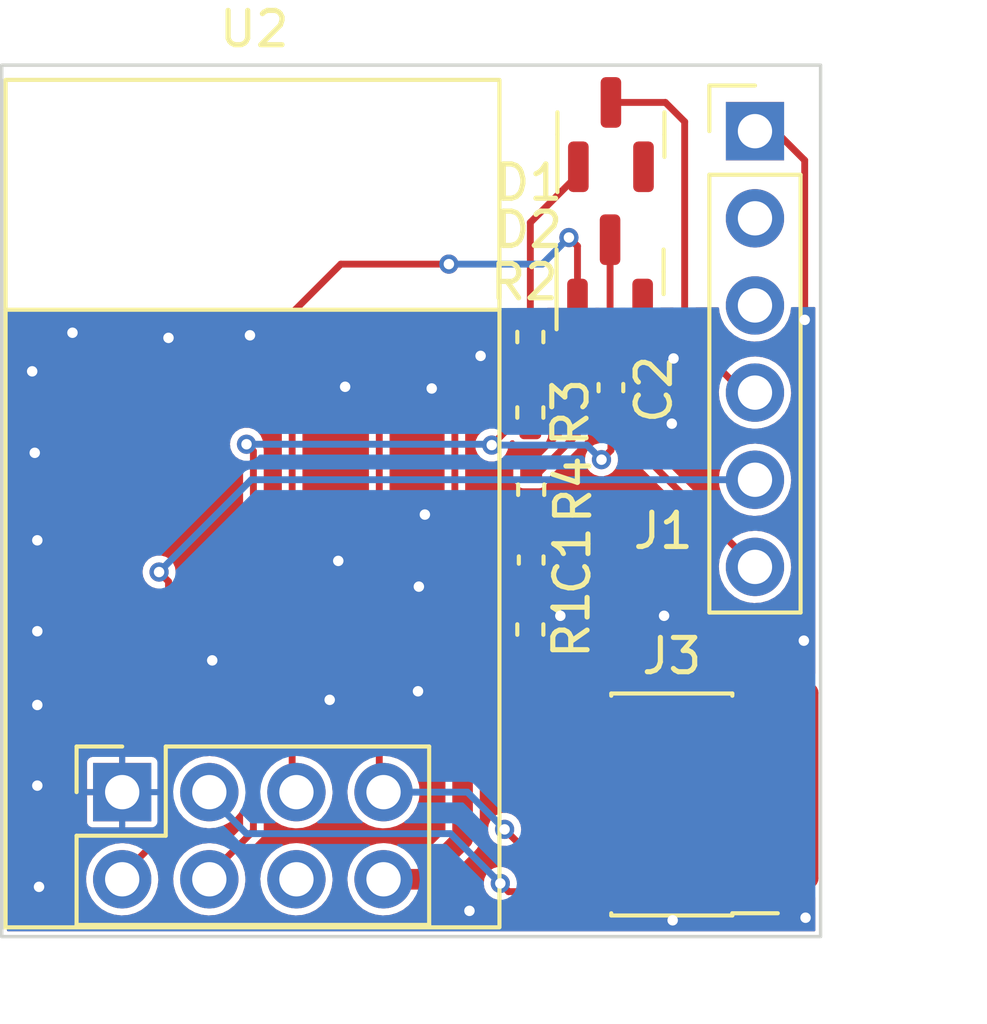
<source format=kicad_pcb>
(kicad_pcb (version 20211014) (generator pcbnew)
  (layers (0 "F.Cu" signal) (31 "B.Cu" signal) (34 "B.Paste" user) (35 "F.Paste" user) (36 "B.SilkS" user "B.Silkscreen") (37 "F.SilkS" user "F.Silkscreen") (38 "B.Mask" user) (39 "F.Mask" user) (44 "Edge.Cuts" user))
  (net 0 "")
  (net 1 "+3V3")
  (net 2 "GND")
  (net 3 "Net-(C2-Pad1)")
  (net 4 "Net-(C2-Pad2)")
  (net 5 "/TCK")
  (net 7 "Net-(D1-Pad3)")
  (net 8 "Net-(D2-Pad1)")
  (net 9 "Net-(D2-Pad2)")
  (net 12 "Net-(J1-Pad5)")
  (net 13 "/TPWR")
  (net 14 "/TMS")
  (net 15 "/TDO")
  (net 17 "/TDI")
  (net 18 "/RST")
  (footprint "EOS:ESP-01S" (layer "F.Cu") (at 77.575 54.78)
    (fp_text reference "U2" (at 0.05 -26.18) (layer "F.SilkS"))
    (fp_text value "ESP-01v090")
    (fp_line (start -3.8 -5.27) (end -5.13 -5.27) (layer "F.SilkS") (width 0.12))
    (fp_line (start -5.13 -0.07) (end 5.15 -0.07) (layer "F.SilkS") (width 0.12))
    (fp_line (start -5.13 -2.67) (end -5.13 -0.07) (layer "F.SilkS") (width 0.12))
    (fp_line (start -5.13 -5.27) (end -5.13 -3.94) (layer "F.SilkS") (width 0.12))
    (fp_line (start -2.53 -5.27) (end -2.53 -2.67) (layer "F.SilkS") (width 0.12))
    (fp_line (start -2.53 -5.27) (end 5.15 -5.27) (layer "F.SilkS") (width 0.12))
    (fp_line (start -2.53 -2.67) (end -5.13 -2.67) (layer "F.SilkS") (width 0.12))
    (fp_line (start -7.2 -18) (end 7.2 -18) (layer "F.SilkS") (width 0.12))
    (fp_line (start 5.15 -5.27) (end 5.15 -0.07) (layer "F.SilkS") (width 0.12))
    (fp_rect (start -7.2 0) (end 7.2 -24.7) (layer "F.SilkS") (width 0.12) (fill none))
    (pad "1" thru_hole rect (at -3.8 -3.94 90) (size 1.7 1.7) (drill 1) (layers *.Cu *.Mask) (net 2 "GND"))
    (pad "2" thru_hole oval (at -1.26 -3.94 90) (size 1.7 1.7) (drill 1) (layers *.Cu *.Mask) (net 14 "/TMS"))
    (pad "3" thru_hole oval (at 1.28 -3.94 90) (size 1.7 1.7) (drill 1) (layers *.Cu *.Mask) (net 8 "Net-(D2-Pad1)"))
    (pad "4" thru_hole oval (at 3.82 -3.94 90) (size 1.7 1.7) (drill 1) (layers *.Cu *.Mask) (net 5 "/TCK"))
    (pad "5" thru_hole oval (at -3.8 -1.4 90) (size 1.7 1.7) (drill 1) (layers *.Cu *.Mask) (net 12 "Net-(J1-Pad5)"))
    (pad "6" thru_hole oval (at -1.26 -1.4 90) (size 1.7 1.7) (drill 1) (layers *.Cu *.Mask) (net 3 "Net-(C2-Pad1)"))
    (pad "7" thru_hole oval (at 1.28 -1.4 90) (size 1.7 1.7) (drill 1) (layers *.Cu *.Mask))
    (pad "8" thru_hole oval (at 3.82 -1.4 90) (size 1.7 1.7) (drill 1) (layers *.Cu *.Mask) (net 1 "+3V3"))
  )
  (footprint "Capacitor_SMD:C_0402_1005Metric" (layer "F.Cu") (at 88.025 39.05 90)
    (fp_text reference "C2" (at -0.05 1.25 90) (layer "F.SilkS"))
    (fp_text value "100n")
    (fp_line (start -0.107836 -0.36) (end 0.107836 -0.36) (layer "F.SilkS") (width 0.12))
    (fp_line (start -0.107836 0.36) (end 0.107836 0.36) (layer "F.SilkS") (width 0.12))
    (pad "1" smd roundrect (at -0.48 0 90) (size 0.56 0.62) (layers "F.Cu" "F.Paste" "F.Mask") (net 3 "Net-(C2-Pad1)"))
    (pad "2" smd roundrect (at 0.48 0 90) (size 0.56 0.62) (layers "F.Cu" "F.Paste" "F.Mask") (net 4 "Net-(C2-Pad2)"))
  )
  (footprint "Capacitor_SMD:C_0402_1005Metric" (layer "F.Cu") (at 85.7 44.075 90)
    (fp_text reference "C1" (at -0.025 1.2 90) (layer "F.SilkS"))
    (fp_text value "100n")
    (fp_line (start -0.107836 0.36) (end 0.107836 0.36) (layer "F.SilkS") (width 0.12))
    (fp_line (start -0.107836 -0.36) (end 0.107836 -0.36) (layer "F.SilkS") (width 0.12))
    (pad "1" smd roundrect (at -0.48 0 90) (size 0.56 0.62) (layers "F.Cu" "F.Paste" "F.Mask") (net 1 "+3V3"))
    (pad "2" smd roundrect (at 0.48 0 90) (size 0.56 0.62) (layers "F.Cu" "F.Paste" "F.Mask") (net 2 "GND"))
  )
  (footprint "Package_TO_SOT_SMD:SOT-23" (layer "F.Cu") (at 88 35.675 90)
    (fp_text reference "D2" (at 1.225 -2.375 180) (layer "F.SilkS"))
    (fp_text value "BAT54S")
    (fp_line (start 0 1.56) (end 0.65 1.56) (layer "F.SilkS") (width 0.12))
    (fp_line (start 0 -1.56) (end 0.65 -1.56) (layer "F.SilkS") (width 0.12))
    (fp_line (start 0 -1.56) (end -1.675 -1.56) (layer "F.SilkS") (width 0.12))
    (fp_line (start 0 1.56) (end -0.65 1.56) (layer "F.SilkS") (width 0.12))
    (pad "1" smd roundrect (at -0.9375 -0.95 90) (size 1.475 0.6) (layers "F.Cu" "F.Paste" "F.Mask") (net 8 "Net-(D2-Pad1)"))
    (pad "2" smd roundrect (at -0.9375 0.95 90) (size 1.475 0.6) (layers "F.Cu" "F.Paste" "F.Mask") (net 9 "Net-(D2-Pad2)"))
    (pad "3" smd roundrect (at 0.9375 0 90) (size 1.475 0.6) (layers "F.Cu" "F.Paste" "F.Mask") (net 4 "Net-(C2-Pad2)"))
  )
  (footprint "Resistor_SMD:R_0402_1005Metric" (layer "F.Cu") (at 85.7 42.025 90)
    (fp_text reference "R4" (at 0 1.225 90) (layer "F.SilkS"))
    (fp_text value "100k")
    (fp_line (start -0.153641 0.38) (end 0.153641 0.38) (layer "F.SilkS") (width 0.12))
    (fp_line (start -0.153641 -0.38) (end 0.153641 -0.38) (layer "F.SilkS") (width 0.12))
    (pad "1" smd roundrect (at -0.51 0 90) (size 0.54 0.64) (layers "F.Cu" "F.Paste" "F.Mask") (net 1 "+3V3"))
    (pad "2" smd roundrect (at 0.51 0 90) (size 0.54 0.64) (layers "F.Cu" "F.Paste" "F.Mask") (net 8 "Net-(D2-Pad1)"))
  )
  (footprint "Resistor_SMD:R_0402_1005Metric" (layer "F.Cu") (at 85.675 37.575 90)
    (fp_text reference "R2" (at 1.6 -0.175 180) (layer "F.SilkS"))
    (fp_text value "2k")
    (fp_line (start -0.153641 0.38) (end 0.153641 0.38) (layer "F.SilkS") (width 0.12))
    (fp_line (start -0.153641 -0.38) (end 0.153641 -0.38) (layer "F.SilkS") (width 0.12))
    (pad "1" smd roundrect (at -0.51 0 90) (size 0.54 0.64) (layers "F.Cu" "F.Paste" "F.Mask") (net 1 "+3V3"))
    (pad "2" smd roundrect (at 0.51 0 90) (size 0.54 0.64) (layers "F.Cu" "F.Paste" "F.Mask") (net 5 "/TCK"))
  )
  (footprint "Resistor_SMD:R_0402_1005Metric" (layer "F.Cu") (at 85.675 46.1 -90)
    (fp_text reference "R1" (at -0.15 -1.2 90) (layer "F.SilkS"))
    (fp_text value "0R")
    (fp_line (start -0.153641 0.38) (end 0.153641 0.38) (layer "F.SilkS") (width 0.12))
    (fp_line (start -0.153641 -0.38) (end 0.153641 -0.38) (layer "F.SilkS") (width 0.12))
    (pad "1" smd roundrect (at -0.51 0 270) (size 0.54 0.64) (layers "F.Cu" "F.Paste" "F.Mask") (net 1 "+3V3"))
    (pad "2" smd roundrect (at 0.51 0 270) (size 0.54 0.64) (layers "F.Cu" "F.Paste" "F.Mask") (net 13 "/TPWR"))
  )
  (footprint "Resistor_SMD:R_0402_1005Metric" (layer "F.Cu") (at 85.675 39.775 -90)
    (fp_text reference "R3" (at 0 -1.17 90) (layer "F.SilkS"))
    (fp_text value "100k")
    (fp_line (start -0.153641 -0.38) (end 0.153641 -0.38) (layer "F.SilkS") (width 0.12))
    (fp_line (start -0.153641 0.38) (end 0.153641 0.38) (layer "F.SilkS") (width 0.12))
    (pad "1" smd roundrect (at -0.51 0 270) (size 0.54 0.64) (layers "F.Cu" "F.Paste" "F.Mask") (net 1 "+3V3"))
    (pad "2" smd roundrect (at 0.51 0 270) (size 0.54 0.64) (layers "F.Cu" "F.Paste" "F.Mask") (net 3 "Net-(C2-Pad1)"))
  )
  (footprint "Connector_PinHeader_2.54mm:PinHeader_1x06_P2.54mm_Vertical" (layer "F.Cu") (at 92.225 31.575)
    (fp_text reference "J1" (at -2.675 11.65) (layer "F.SilkS"))
    (fp_text value "Conn_01x06_Male")
    (fp_line (start -1.33 0) (end -1.33 -1.33) (layer "F.SilkS") (width 0.12))
    (fp_line (start -1.33 -1.33) (end 0 -1.33) (layer "F.SilkS") (width 0.12))
    (fp_line (start -1.33 1.27) (end -1.33 14.03) (layer "F.SilkS") (width 0.12))
    (fp_line (start -1.33 14.03) (end 1.33 14.03) (layer "F.SilkS") (width 0.12))
    (fp_line (start 1.33 1.27) (end 1.33 14.03) (layer "F.SilkS") (width 0.12))
    (fp_line (start -1.33 1.27) (end 1.33 1.27) (layer "F.SilkS") (width 0.12))
    (pad "1" thru_hole rect (at 0 0) (size 1.7 1.7) (drill 1) (layers *.Cu *.Mask) (net 2 "GND"))
    (pad "2" thru_hole oval (at 0 2.54) (size 1.7 1.7) (drill 1) (layers *.Cu *.Mask))
    (pad "3" thru_hole oval (at 0 5.08) (size 1.7 1.7) (drill 1) (layers *.Cu *.Mask))
    (pad "4" thru_hole oval (at 0 7.62) (size 1.7 1.7) (drill 1) (layers *.Cu *.Mask) (net 7 "Net-(D1-Pad3)"))
    (pad "5" thru_hole oval (at 0 10.16) (size 1.7 1.7) (drill 1) (layers *.Cu *.Mask) (net 12 "Net-(J1-Pad5)"))
    (pad "6" thru_hole oval (at 0 12.7) (size 1.7 1.7) (drill 1) (layers *.Cu *.Mask) (net 9 "Net-(D2-Pad2)"))
  )
  (footprint "Package_TO_SOT_SMD:SOT-23" (layer "F.Cu") (at 88.025 31.675 90)
    (fp_text reference "D1" (at -1.4 -2.4 180) (layer "F.SilkS"))
    (fp_text value "BAT54S")
    (fp_line (start 0 -1.56) (end 0.65 -1.56) (layer "F.SilkS") (width 0.12))
    (fp_line (start 0 1.56) (end -0.65 1.56) (layer "F.SilkS") (width 0.12))
    (fp_line (start 0 1.56) (end 0.65 1.56) (layer "F.SilkS") (width 0.12))
    (fp_line (start 0 -1.56) (end -1.675 -1.56) (layer "F.SilkS") (width 0.12))
    (pad "1" smd roundrect (at -0.9375 -0.95 90) (size 1.475 0.6) (layers "F.Cu" "F.Paste" "F.Mask") (net 5 "/TCK"))
    (pad "2" smd roundrect (at -0.9375 0.95 90) (size 1.475 0.6) (layers "F.Cu" "F.Paste" "F.Mask"))
    (pad "3" smd roundrect (at 0.9375 0 90) (size 1.475 0.6) (layers "F.Cu" "F.Paste" "F.Mask") (net 7 "Net-(D1-Pad3)"))
  )
  (footprint "EOS:FTSH" (layer "F.Cu") (at 89.8 51.2 180)
    (fp_text reference "J3" (at 0 4.325) (layer "F.SilkS"))
    (fp_text value "Conn_02x05_Odd_Even")
    (fp_line (start 1.765 -3.235) (end 1.765 -3.17) (layer "F.SilkS") (width 0.12))
    (fp_line (start -1.765 -3.235) (end -1.765 -3.17) (layer "F.SilkS") (width 0.12))
    (fp_line (start -1.765 3.235) (end 1.765 3.235) (layer "F.SilkS") (width 0.12))
    (fp_line (start -3.09 -3.17) (end -1.765 -3.17) (layer "F.SilkS") (width 0.12))
    (fp_line (start 1.765 3.17) (end 1.765 3.235) (layer "F.SilkS") (width 0.12))
    (fp_line (start -1.765 -3.235) (end 1.765 -3.235) (layer "F.SilkS") (width 0.12))
    (fp_line (start -1.765 3.17) (end -1.765 3.235) (layer "F.SilkS") (width 0.12))
    (pad "1" smd rect (at -1.95 -2.54 180) (size 3 0.9) (layers "F.Cu" "F.Paste" "F.Mask") (net 13 "/TPWR"))
    (pad "2" smd rect (at 1.95 -2.54 180) (size 3 0.9) (layers "F.Cu" "F.Paste" "F.Mask") (net 14 "/TMS"))
    (pad "3" smd rect (at -1.95 -1.27 180) (size 3 0.9) (layers "F.Cu" "F.Paste" "F.Mask") (net 2 "GND"))
    (pad "4" smd rect (at 1.95 -1.27 180) (size 3 0.9) (layers "F.Cu" "F.Paste" "F.Mask") (net 5 "/TCK"))
    (pad "5" smd rect (at -1.95 0 180) (size 3 0.9) (layers "F.Cu" "F.Paste" "F.Mask") (net 2 "GND"))
    (pad "6" smd rect (at 1.95 0 180) (size 3 0.9) (layers "F.Cu" "F.Paste" "F.Mask") (net 15 "/TDO"))
    (pad "7" smd rect (at -1.95 1.27 180) (size 3 0.9) (layers "F.Cu" "F.Paste" "F.Mask"))
    (pad "8" smd rect (at 1.95 1.27 180) (size 3 0.9) (layers "F.Cu" "F.Paste" "F.Mask") (net 17 "/TDI"))
    (pad "9" smd rect (at -1.95 2.54 180) (size 3 0.9) (layers "F.Cu" "F.Paste" "F.Mask") (net 2 "GND"))
    (pad "10" smd rect (at 1.95 2.54 180) (size 3 0.9) (layers "F.Cu" "F.Paste" "F.Mask") (net 18 "/RST"))
  )
  (gr_rect (start 70.262 29.65) (end 94.138 55.05) (layer "Edge.Cuts") (width 0.1) (fill none))
  (segment (start 83.5 52.4) (end 83.7 52.2) (width 0.6) (layer "F.Cu") (net 1))
  (segment (start 85.7 42.535) (end 84.49 42.535) (width 0.2) (layer "F.Cu") (net 1))
  (segment (start 84.35 45.025) (end 85.725 45.025) (width 0.6) (layer "F.Cu") (net 1))
  (segment (start 85.675 39.265) (end 84.41 39.265) (width 0.2) (layer "F.Cu") (net 1))
  (segment (start 83.7 45.675) (end 84.35 45.025) (width 0.6) (layer "F.Cu") (net 1))
  (segment (start 83.7 52.2) (end 83.7 45.875) (width 0.6) (layer "F.Cu") (net 1))
  (segment (start 82.52 53.38) (end 83.5 52.4) (width 0.6) (layer "F.Cu") (net 1))
  (segment (start 84.41 39.265) (end 83.475 40.2) (width 0.2) (layer "F.Cu") (net 1))
  (segment (start 84.49 42.535) (end 83.475 43.55) (width 0.2) (layer "F.Cu") (net 1))
  (segment (start 83.475 45.65) (end 83.7 45.875) (width 0.2) (layer "F.Cu") (net 1))
  (segment (start 83.475 40.2) (end 83.475 43.675) (width 0.2) (layer "F.Cu") (net 1))
  (segment (start 83.7 45.875) (end 83.7 45.675) (width 0.6) (layer "F.Cu") (net 1))
  (segment (start 83.475 43.675) (end 83.475 45.65) (width 0.2) (layer "F.Cu") (net 1))
  (segment (start 81.27 53.38) (end 82.52 53.38) (width 0.6) (layer "F.Cu") (net 1))
  (segment (start 85.675 38.085) (end 85.675 39.265) (width 0.2) (layer "F.Cu") (net 1))
  (segment (start 83.475 43.55) (end 83.475 43.675) (width 0.2) (layer "F.Cu") (net 1))
  (segment (start 92.825 31.575) (end 93.65 32.4) (width 0.2) (layer "F.Cu") (net 2))
  (segment (start 92.225 31.575) (end 92.825 31.575) (width 0.2) (layer "F.Cu") (net 2))
  (segment (start 93.65 32.4) (end 93.675 32.425) (width 0.2) (layer "F.Cu") (net 2))
  (segment (start 93.675 32.425) (end 93.675 37.075) (width 0.2) (layer "F.Cu") (net 2))
  (via (at 71.15 38.575) (size 0.5588) (drill 0.3048) (layers "F.Cu" "B.Cu") (net 2))
  (via (at 75.125 37.6) (size 0.5588) (drill 0.3048) (layers "F.Cu" "B.Cu") (net 2))
  (via (at 93.675 37.075) (size 0.5588) (drill 0.3048) (layers "F.Cu" "B.Cu") (net 2))
  (via (at 89.85 38.2) (size 0.5588) (drill 0.3048) (layers "F.Cu" "B.Cu") (net 2))
  (via (at 76.4 47) (size 0.5588) (drill 0.3048) (layers "F.Cu" "B.Cu") (net 2))
  (via (at 71.35 53.6) (size 0.5588) (drill 0.3048) (layers "F.Cu" "B.Cu") (net 2))
  (via (at 82.6 42.75) (size 0.5588) (drill 0.3048) (layers "F.Cu" "B.Cu") (net 2))
  (via (at 80.275 39.025) (size 0.5588) (drill 0.3048) (layers "F.Cu" "B.Cu") (net 2))
  (via (at 71.3 46.15) (size 0.5588) (drill 0.3048) (layers "F.Cu" "B.Cu") (net 2))
  (via (at 89.825 54.575) (size 0.5588) (drill 0.3048) (layers "F.Cu" "B.Cu") (net 2))
  (via (at 83.9 54.3) (size 0.5588) (drill 0.3048) (layers "F.Cu" "B.Cu") (net 2))
  (via (at 93.7 54.5) (size 0.5588) (drill 0.3048) (layers "F.Cu" "B.Cu") (net 2))
  (via (at 79.825 48.15) (size 0.5588) (drill 0.3048) (layers "F.Cu" "B.Cu") (net 2))
  (via (at 77.5 37.525) (size 0.5588) (drill 0.3048) (layers "F.Cu" "B.Cu") (net 2))
  (via (at 72.325 37.45) (size 0.5588) (drill 0.3048) (layers "F.Cu" "B.Cu") (net 2))
  (via (at 82.425 44.85) (size 0.5588) (drill 0.3048) (layers "F.Cu" "B.Cu") (net 2))
  (via (at 89.8 40.1) (size 0.5588) (drill 0.3048) (layers "F.Cu" "B.Cu") (net 2))
  (via (at 71.225 40.95) (size 0.5588) (drill 0.3048) (layers "F.Cu" "B.Cu") (net 2))
  (via (at 71.3 48.3) (size 0.5588) (drill 0.3048) (layers "F.Cu" "B.Cu") (net 2))
  (via (at 89.575 45.7) (size 0.5588) (drill 0.3048) (layers "F.Cu" "B.Cu") (net 2))
  (via (at 80.075 44.1) (size 0.5588) (drill 0.3048) (layers "F.Cu" "B.Cu") (net 2))
  (via (at 71.3 50.65) (size 0.5588) (drill 0.3048) (layers "F.Cu" "B.Cu") (net 2))
  (via (at 86.55 45.7) (size 0.5588) (drill 0.3048) (layers "F.Cu" "B.Cu") (net 2))
  (via (at 82.4 47.9) (size 0.5588) (drill 0.3048) (layers "F.Cu" "B.Cu") (net 2))
  (via (at 71.3 43.5) (size 0.5588) (drill 0.3048) (layers "F.Cu" "B.Cu") (net 2))
  (via (at 93.65 46.425) (size 0.5588) (drill 0.3048) (layers "F.Cu" "B.Cu") (net 2))
  (via (at 84.225 38.125) (size 0.5588) (drill 0.3048) (layers "F.Cu" "B.Cu") (net 2))
  (via (at 82.8 39.075) (size 0.5588) (drill 0.3048) (layers "F.Cu" "B.Cu") (net 2))
  (segment (start 85.675 40.285) (end 84.99 40.285) (width 0.2) (layer "F.Cu") (net 3))
  (segment (start 84.99 40.285) (end 84.55 40.725) (width 0.2) (layer "F.Cu") (net 3))
  (segment (start 77.6 51.97) (end 76.19 53.38) (width 0.2) (layer "F.Cu") (net 3))
  (segment (start 77.4 40.7) (end 77.6 40.9) (width 0.2) (layer "F.Cu") (net 3))
  (segment (start 77.6 40.9) (end 77.6 51.97) (width 0.2) (layer "F.Cu") (net 3))
  (segment (start 88.025 40.875) (end 87.75 41.15) (width 0.2) (layer "F.Cu") (net 3))
  (segment (start 88.025 39.53) (end 88.025 40.875) (width 0.2) (layer "F.Cu") (net 3))
  (via (at 77.4 40.7) (size 0.5588) (drill 0.3048) (layers "F.Cu" "B.Cu") (net 3))
  (via (at 84.55 40.725) (size 0.5588) (drill 0.3048) (layers "F.Cu" "B.Cu") (net 3))
  (via (at 87.75 41.15) (size 0.5588) (drill 0.3048) (layers "F.Cu" "B.Cu") (net 3))
  (segment (start 87.325 40.725) (end 87.75 41.15) (width 0.2) (layer "B.Cu") (net 3))
  (segment (start 77.4 40.7) (end 84.525 40.7) (width 0.2) (layer "B.Cu") (net 3))
  (segment (start 84.525 40.7) (end 84.55 40.725) (width 0.2) (layer "B.Cu") (net 3))
  (segment (start 84.55 40.725) (end 87.325 40.725) (width 0.2) (layer "B.Cu") (net 3))
  (segment (start 88 34.7375) (end 88 38.545) (width 0.2) (layer "F.Cu") (net 4))
  (segment (start 88 38.545) (end 88.025 38.57) (width 0.2) (layer "F.Cu") (net 4))
  (segment (start 83.41 37.065) (end 81.27 39.205) (width 0.2) (layer "F.Cu") (net 5))
  (segment (start 85.675 34.2375) (end 87.075 32.8375) (width 0.2) (layer "F.Cu") (net 5))
  (segment (start 87.85 52.47) (end 85.47 52.47) (width 0.2) (layer "F.Cu") (net 5))
  (segment (start 85.675 34.2375) (end 85.675 37.065) (width 0.2) (layer "F.Cu") (net 5))
  (segment (start 85.675 37.065) (end 83.41 37.065) (width 0.2) (layer "F.Cu") (net 5))
  (segment (start 85.47 52.47) (end 84.925 51.925) (width 0.2) (layer "F.Cu") (net 5))
  (segment (start 81.27 39.205) (end 81.27 50.84) (width 0.2) (layer "F.Cu") (net 5))
  (via (at 84.925 51.925) (size 0.5588) (drill 0.3048) (layers "F.Cu" "B.Cu") (net 5))
  (segment (start 81.27 50.84) (end 83.84 50.84) (width 0.2) (layer "B.Cu") (net 5))
  (segment (start 83.84 50.84) (end 84.925 51.925) (width 0.2) (layer "B.Cu") (net 5))
  (segment (start 89.6125 30.7375) (end 90.175 31.3) (width 0.2) (layer "F.Cu") (net 7))
  (segment (start 91.895 39.195) (end 92.225 39.195) (width 0.2) (layer "F.Cu") (net 7))
  (segment (start 88.025 30.7375) (end 89.6125 30.7375) (width 0.2) (layer "F.Cu") (net 7))
  (segment (start 90.175 31.3) (end 90.175 37.475) (width 0.2) (layer "F.Cu") (net 7))
  (segment (start 90.175 37.475) (end 91.895 39.195) (width 0.2) (layer "F.Cu") (net 7))
  (segment (start 85.7 41.515) (end 85.935 41.515) (width 0.2) (layer "F.Cu") (net 8))
  (segment (start 78.73 36.87) (end 80.15 35.45) (width 0.2) (layer "F.Cu") (net 8))
  (segment (start 87.05 34.925) (end 86.8 34.675) (width 0.2) (layer "F.Cu") (net 8))
  (segment (start 87.05 40.4) (end 87.05 36.6125) (width 0.2) (layer "F.Cu") (net 8))
  (segment (start 80.15 35.45) (end 83.3 35.45) (width 0.2) (layer "F.Cu") (net 8))
  (segment (start 85.935 41.515) (end 87.05 40.4) (width 0.2) (layer "F.Cu") (net 8))
  (segment (start 78.73 50.84) (end 78.73 36.87) (width 0.2) (layer "F.Cu") (net 8))
  (segment (start 87.05 36.6125) (end 87.05 34.925) (width 0.2) (layer "F.Cu") (net 8))
  (via (at 83.3 35.45) (size 0.5588) (drill 0.3048) (layers "F.Cu" "B.Cu") (net 8))
  (via (at 86.8 34.675) (size 0.5588) (drill 0.3048) (layers "F.Cu" "B.Cu") (net 8))
  (segment (start 83.3 35.45) (end 86.025 35.45) (width 0.2) (layer "B.Cu") (net 8))
  (segment (start 86.025 35.45) (end 86.8 34.675) (width 0.2) (layer "B.Cu") (net 8))
  (segment (start 88.95 36.6125) (end 88.95 41) (width 0.2) (layer "F.Cu") (net 9))
  (segment (start 88.95 41) (end 92.225 44.275) (width 0.2) (layer "F.Cu") (net 9))
  (segment (start 73.65 53.38) (end 75.125 51.905) (width 0.2) (layer "F.Cu") (net 12))
  (segment (start 75.125 51.905) (end 75.125 44.7) (width 0.2) (layer "F.Cu") (net 12))
  (segment (start 75.125 44.7) (end 74.85 44.425) (width 0.2) (layer "F.Cu") (net 12))
  (via (at 74.85 44.425) (size 0.5588) (drill 0.3048) (layers "F.Cu" "B.Cu") (net 12))
  (segment (start 77.54 41.735) (end 92.225 41.735) (width 0.2) (layer "B.Cu") (net 12))
  (segment (start 74.85 44.425) (end 77.54 41.735) (width 0.2) (layer "B.Cu") (net 12))
  (segment (start 93.775 53.35) (end 93.385 53.74) (width 0.6) (layer "F.Cu") (net 13))
  (segment (start 93.775 47.95) (end 93.775 53.35) (width 0.6) (layer "F.Cu") (net 13))
  (segment (start 85.675 46.61) (end 92.435 46.61) (width 0.6) (layer "F.Cu") (net 13))
  (segment (start 93.385 53.74) (end 91.75 53.74) (width 0.6) (layer "F.Cu") (net 13))
  (segment (start 92.435 46.61) (end 93.775 47.95) (width 0.6) (layer "F.Cu") (net 13))
  (segment (start 87.85 53.74) (end 85.04 53.74) (width 0.2) (layer "F.Cu") (net 14))
  (segment (start 85.04 53.74) (end 84.8 53.5) (width 0.2) (layer "F.Cu") (net 14))
  (via (at 84.8 53.5) (size 0.5588) (drill 0.3048) (layers "F.Cu" "B.Cu") (net 14))
  (segment (start 83.35 52.05) (end 84.8 53.5) (width 0.2) (layer "B.Cu") (net 14))
  (segment (start 77.4 52.05) (end 83.35 52.05) (width 0.2) (layer "B.Cu") (net 14))
  (segment (start 76.19 50.84) (end 77.4 52.05) (width 0.2) (layer "B.Cu") (net 14))
  (zone (net 2) (net_name "GND") (layers F&B.Cu) (connect_pads (clearance 0.1524)) (min_thickness 0.0635) (fill yes (thermal_gap 0.177) (thermal_bridge_width 0.177))
    (polygon (pts (xy 94.125 55.025) (xy 70.225 55.025) (xy 70.275 36.775) (xy 94.05 36.7)))
  )
)
</source>
